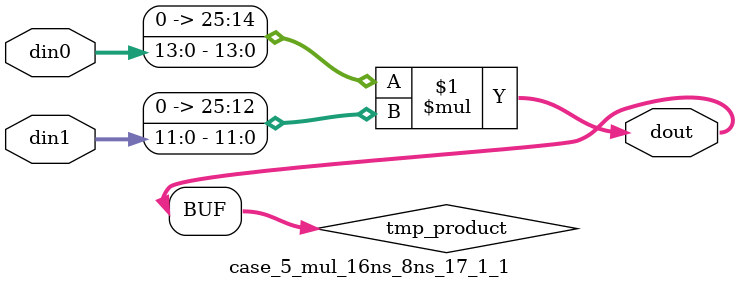
<source format=v>

`timescale 1 ns / 1 ps

 (* use_dsp = "no" *)  module case_5_mul_16ns_8ns_17_1_1(din0, din1, dout);
parameter ID = 1;
parameter NUM_STAGE = 0;
parameter din0_WIDTH = 14;
parameter din1_WIDTH = 12;
parameter dout_WIDTH = 26;

input [din0_WIDTH - 1 : 0] din0; 
input [din1_WIDTH - 1 : 0] din1; 
output [dout_WIDTH - 1 : 0] dout;

wire signed [dout_WIDTH - 1 : 0] tmp_product;
























assign tmp_product = $signed({1'b0, din0}) * $signed({1'b0, din1});











assign dout = tmp_product;





















endmodule

</source>
